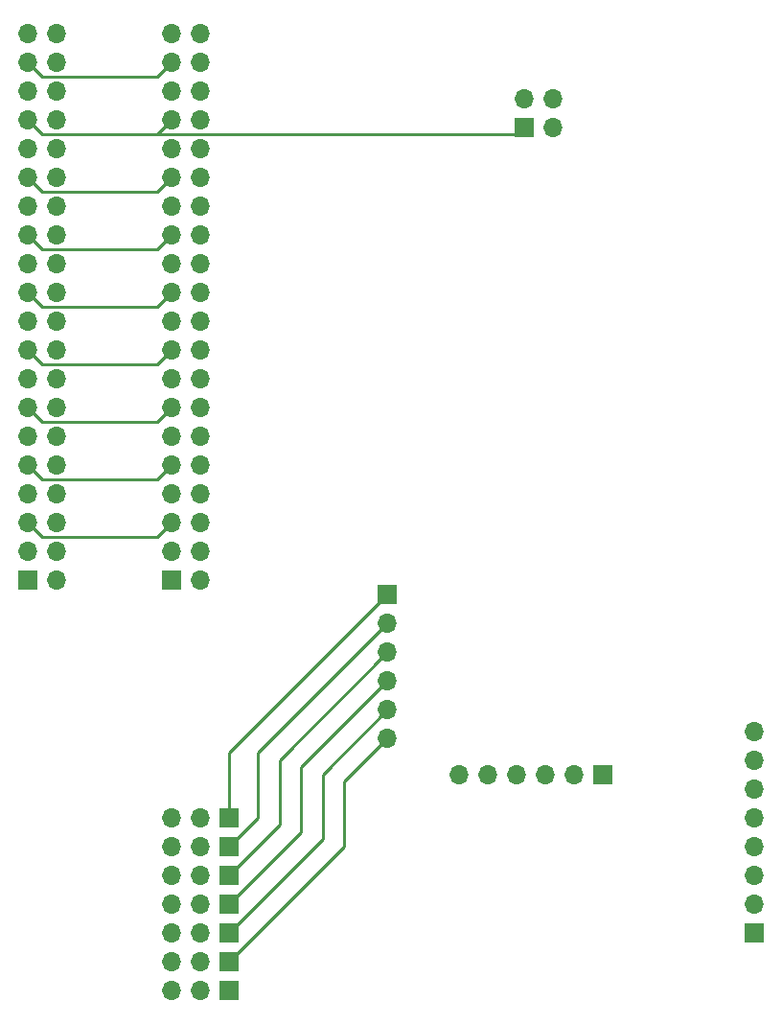
<source format=gtl>
G04 #@! TF.FileFunction,Copper,L1,Top,Signal*
%FSLAX46Y46*%
G04 Gerber Fmt 4.6, Leading zero omitted, Abs format (unit mm)*
G04 Created by KiCad (PCBNEW 4.0.7) date 06/01/18 16:45:32*
%MOMM*%
%LPD*%
G01*
G04 APERTURE LIST*
%ADD10C,0.100000*%
%ADD11R,1.700000X1.700000*%
%ADD12O,1.700000X1.700000*%
%ADD13C,0.250000*%
G04 APERTURE END LIST*
D10*
D11*
X139065000Y-144145000D03*
D12*
X136525000Y-144145000D03*
X133985000Y-144145000D03*
D11*
X185420000Y-144145000D03*
D12*
X185420000Y-141605000D03*
X185420000Y-139065000D03*
X185420000Y-136525000D03*
X185420000Y-133985000D03*
X185420000Y-131445000D03*
X185420000Y-128905000D03*
X185420000Y-126365000D03*
D11*
X133985000Y-113030000D03*
D12*
X136525000Y-113030000D03*
X133985000Y-110490000D03*
X136525000Y-110490000D03*
X133985000Y-107950000D03*
X136525000Y-107950000D03*
X133985000Y-105410000D03*
X136525000Y-105410000D03*
X133985000Y-102870000D03*
X136525000Y-102870000D03*
X133985000Y-100330000D03*
X136525000Y-100330000D03*
X133985000Y-97790000D03*
X136525000Y-97790000D03*
X133985000Y-95250000D03*
X136525000Y-95250000D03*
X133985000Y-92710000D03*
X136525000Y-92710000D03*
X133985000Y-90170000D03*
X136525000Y-90170000D03*
X133985000Y-87630000D03*
X136525000Y-87630000D03*
X133985000Y-85090000D03*
X136525000Y-85090000D03*
X133985000Y-82550000D03*
X136525000Y-82550000D03*
X133985000Y-80010000D03*
X136525000Y-80010000D03*
X133985000Y-77470000D03*
X136525000Y-77470000D03*
X133985000Y-74930000D03*
X136525000Y-74930000D03*
X133985000Y-72390000D03*
X136525000Y-72390000D03*
X133985000Y-69850000D03*
X136525000Y-69850000D03*
X133985000Y-67310000D03*
X136525000Y-67310000D03*
X133985000Y-64770000D03*
X136525000Y-64770000D03*
D11*
X139065000Y-133985000D03*
D12*
X136525000Y-133985000D03*
X133985000Y-133985000D03*
D11*
X139065000Y-136525000D03*
D12*
X136525000Y-136525000D03*
X133985000Y-136525000D03*
D11*
X139065000Y-139065000D03*
D12*
X136525000Y-139065000D03*
X133985000Y-139065000D03*
D11*
X139065000Y-141605000D03*
D12*
X136525000Y-141605000D03*
X133985000Y-141605000D03*
D11*
X139065000Y-146685000D03*
D12*
X136525000Y-146685000D03*
X133985000Y-146685000D03*
D11*
X153035000Y-114300000D03*
D12*
X153035000Y-116840000D03*
X153035000Y-119380000D03*
X153035000Y-121920000D03*
X153035000Y-124460000D03*
X153035000Y-127000000D03*
D11*
X172085000Y-130175000D03*
D12*
X169545000Y-130175000D03*
X167005000Y-130175000D03*
X164465000Y-130175000D03*
X161925000Y-130175000D03*
X159385000Y-130175000D03*
D11*
X165100000Y-73025000D03*
D12*
X167640000Y-73025000D03*
X165100000Y-70485000D03*
X167640000Y-70485000D03*
D11*
X139065000Y-149225000D03*
D12*
X136525000Y-149225000D03*
X133985000Y-149225000D03*
D11*
X121285000Y-113030000D03*
D12*
X123825000Y-113030000D03*
X121285000Y-110490000D03*
X123825000Y-110490000D03*
X121285000Y-107950000D03*
X123825000Y-107950000D03*
X121285000Y-105410000D03*
X123825000Y-105410000D03*
X121285000Y-102870000D03*
X123825000Y-102870000D03*
X121285000Y-100330000D03*
X123825000Y-100330000D03*
X121285000Y-97790000D03*
X123825000Y-97790000D03*
X121285000Y-95250000D03*
X123825000Y-95250000D03*
X121285000Y-92710000D03*
X123825000Y-92710000D03*
X121285000Y-90170000D03*
X123825000Y-90170000D03*
X121285000Y-87630000D03*
X123825000Y-87630000D03*
X121285000Y-85090000D03*
X123825000Y-85090000D03*
X121285000Y-82550000D03*
X123825000Y-82550000D03*
X121285000Y-80010000D03*
X123825000Y-80010000D03*
X121285000Y-77470000D03*
X123825000Y-77470000D03*
X121285000Y-74930000D03*
X123825000Y-74930000D03*
X121285000Y-72390000D03*
X123825000Y-72390000D03*
X121285000Y-69850000D03*
X123825000Y-69850000D03*
X121285000Y-67310000D03*
X123825000Y-67310000D03*
X121285000Y-64770000D03*
X123825000Y-64770000D03*
D13*
X132715000Y-73660000D02*
X164465000Y-73660000D01*
X164465000Y-73660000D02*
X165100000Y-73025000D01*
X121285000Y-107950000D02*
X122555000Y-109220000D01*
X132715000Y-109220000D02*
X133985000Y-107950000D01*
X122555000Y-109220000D02*
X132715000Y-109220000D01*
X121285000Y-97790000D02*
X122555000Y-99060000D01*
X132715000Y-99060000D02*
X133985000Y-97790000D01*
X122555000Y-99060000D02*
X132715000Y-99060000D01*
X121285000Y-77470000D02*
X122555000Y-78740000D01*
X132715000Y-78740000D02*
X133985000Y-77470000D01*
X122555000Y-78740000D02*
X132715000Y-78740000D01*
X121285000Y-72390000D02*
X122555000Y-73660000D01*
X132715000Y-73660000D02*
X133985000Y-72390000D01*
X122555000Y-73660000D02*
X132715000Y-73660000D01*
X121285000Y-102870000D02*
X122555000Y-104140000D01*
X132715000Y-104140000D02*
X133985000Y-102870000D01*
X122555000Y-104140000D02*
X132715000Y-104140000D01*
X121285000Y-92710000D02*
X122555000Y-93980000D01*
X132715000Y-93980000D02*
X133985000Y-92710000D01*
X122555000Y-93980000D02*
X132715000Y-93980000D01*
X121285000Y-87630000D02*
X122555000Y-88900000D01*
X132715000Y-88900000D02*
X133985000Y-87630000D01*
X122555000Y-88900000D02*
X132715000Y-88900000D01*
X121285000Y-82550000D02*
X122555000Y-83820000D01*
X132715000Y-83820000D02*
X133985000Y-82550000D01*
X122555000Y-83820000D02*
X132715000Y-83820000D01*
X121285000Y-67310000D02*
X122555000Y-68580000D01*
X132715000Y-68580000D02*
X133985000Y-67310000D01*
X122555000Y-68580000D02*
X132715000Y-68580000D01*
X139065000Y-133985000D02*
X139065000Y-128270000D01*
X139065000Y-128270000D02*
X153035000Y-114300000D01*
X141605000Y-131445000D02*
X141605000Y-133985000D01*
X141605000Y-131445000D02*
X141605000Y-128270000D01*
X153035000Y-116840000D02*
X141605000Y-128270000D01*
X141605000Y-133985000D02*
X139065000Y-136525000D01*
X143510000Y-132715000D02*
X143510000Y-134620000D01*
X153035000Y-119380000D02*
X143510000Y-128905000D01*
X143510000Y-132715000D02*
X143510000Y-128905000D01*
X143510000Y-134620000D02*
X139065000Y-139065000D01*
X145415000Y-133350000D02*
X145415000Y-135255000D01*
X153035000Y-121920000D02*
X145415000Y-129540000D01*
X145415000Y-133350000D02*
X145415000Y-129540000D01*
X145415000Y-135255000D02*
X139065000Y-141605000D01*
X147320000Y-135255000D02*
X147320000Y-135890000D01*
X147320000Y-135255000D02*
X147320000Y-130175000D01*
X153035000Y-124460000D02*
X147320000Y-130175000D01*
X147320000Y-135890000D02*
X139065000Y-144145000D01*
X149225000Y-135890000D02*
X149225000Y-136525000D01*
X149225000Y-135890000D02*
X149225000Y-130810000D01*
X153035000Y-127000000D02*
X149225000Y-130810000D01*
X149225000Y-136525000D02*
X139065000Y-146685000D01*
M02*

</source>
